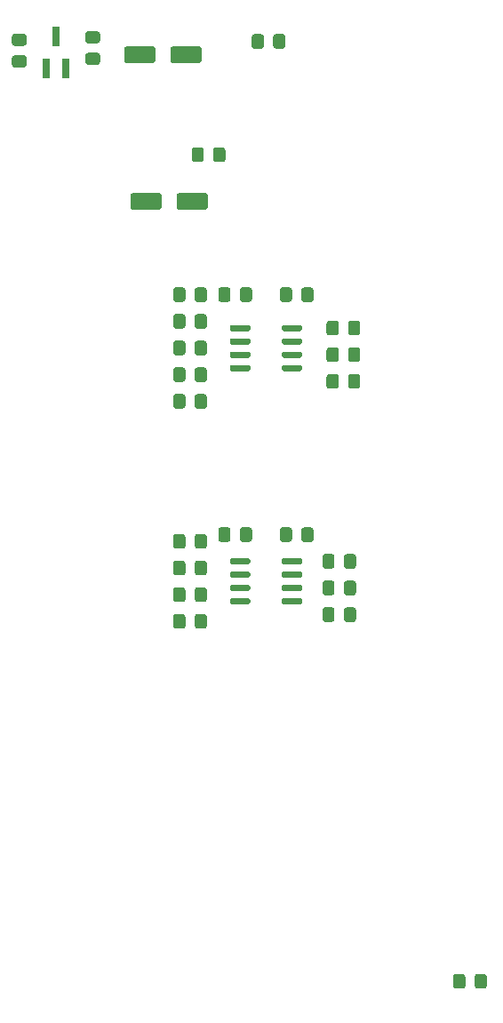
<source format=gbr>
G04 #@! TF.GenerationSoftware,KiCad,Pcbnew,5.1.6-c6e7f7d~87~ubuntu18.04.1*
G04 #@! TF.CreationDate,2020-08-19T11:35:40-04:00*
G04 #@! TF.ProjectId,filter_carrier_board,66696c74-6572-45f6-9361-72726965725f,1.2*
G04 #@! TF.SameCoordinates,Original*
G04 #@! TF.FileFunction,Paste,Bot*
G04 #@! TF.FilePolarity,Positive*
%FSLAX46Y46*%
G04 Gerber Fmt 4.6, Leading zero omitted, Abs format (unit mm)*
G04 Created by KiCad (PCBNEW 5.1.6-c6e7f7d~87~ubuntu18.04.1) date 2020-08-19 11:35:40*
%MOMM*%
%LPD*%
G01*
G04 APERTURE LIST*
%ADD10R,0.800000X1.900000*%
G04 APERTURE END LIST*
G36*
G01*
X109035001Y-51865000D02*
X108134999Y-51865000D01*
G75*
G02*
X107885000Y-51615001I0J249999D01*
G01*
X107885000Y-50964999D01*
G75*
G02*
X108134999Y-50715000I249999J0D01*
G01*
X109035001Y-50715000D01*
G75*
G02*
X109285000Y-50964999I0J-249999D01*
G01*
X109285000Y-51615001D01*
G75*
G02*
X109035001Y-51865000I-249999J0D01*
G01*
G37*
G36*
G01*
X109035001Y-53915000D02*
X108134999Y-53915000D01*
G75*
G02*
X107885000Y-53665001I0J249999D01*
G01*
X107885000Y-53014999D01*
G75*
G02*
X108134999Y-52765000I249999J0D01*
G01*
X109035001Y-52765000D01*
G75*
G02*
X109285000Y-53014999I0J-249999D01*
G01*
X109285000Y-53665001D01*
G75*
G02*
X109035001Y-53915000I-249999J0D01*
G01*
G37*
G36*
G01*
X116020001Y-51620000D02*
X115119999Y-51620000D01*
G75*
G02*
X114870000Y-51370001I0J249999D01*
G01*
X114870000Y-50719999D01*
G75*
G02*
X115119999Y-50470000I249999J0D01*
G01*
X116020001Y-50470000D01*
G75*
G02*
X116270000Y-50719999I0J-249999D01*
G01*
X116270000Y-51370001D01*
G75*
G02*
X116020001Y-51620000I-249999J0D01*
G01*
G37*
G36*
G01*
X116020001Y-53670000D02*
X115119999Y-53670000D01*
G75*
G02*
X114870000Y-53420001I0J249999D01*
G01*
X114870000Y-52769999D01*
G75*
G02*
X115119999Y-52520000I249999J0D01*
G01*
X116020001Y-52520000D01*
G75*
G02*
X116270000Y-52769999I0J-249999D01*
G01*
X116270000Y-53420001D01*
G75*
G02*
X116020001Y-53670000I-249999J0D01*
G01*
G37*
D10*
X112075000Y-50975000D03*
X111125000Y-53975000D03*
X113025000Y-53975000D03*
G36*
G01*
X133580000Y-104925000D02*
X133580000Y-104625000D01*
G75*
G02*
X133730000Y-104475000I150000J0D01*
G01*
X135380000Y-104475000D01*
G75*
G02*
X135530000Y-104625000I0J-150000D01*
G01*
X135530000Y-104925000D01*
G75*
G02*
X135380000Y-105075000I-150000J0D01*
G01*
X133730000Y-105075000D01*
G75*
G02*
X133580000Y-104925000I0J150000D01*
G01*
G37*
G36*
G01*
X133580000Y-103655000D02*
X133580000Y-103355000D01*
G75*
G02*
X133730000Y-103205000I150000J0D01*
G01*
X135380000Y-103205000D01*
G75*
G02*
X135530000Y-103355000I0J-150000D01*
G01*
X135530000Y-103655000D01*
G75*
G02*
X135380000Y-103805000I-150000J0D01*
G01*
X133730000Y-103805000D01*
G75*
G02*
X133580000Y-103655000I0J150000D01*
G01*
G37*
G36*
G01*
X133580000Y-102385000D02*
X133580000Y-102085000D01*
G75*
G02*
X133730000Y-101935000I150000J0D01*
G01*
X135380000Y-101935000D01*
G75*
G02*
X135530000Y-102085000I0J-150000D01*
G01*
X135530000Y-102385000D01*
G75*
G02*
X135380000Y-102535000I-150000J0D01*
G01*
X133730000Y-102535000D01*
G75*
G02*
X133580000Y-102385000I0J150000D01*
G01*
G37*
G36*
G01*
X133580000Y-101115000D02*
X133580000Y-100815000D01*
G75*
G02*
X133730000Y-100665000I150000J0D01*
G01*
X135380000Y-100665000D01*
G75*
G02*
X135530000Y-100815000I0J-150000D01*
G01*
X135530000Y-101115000D01*
G75*
G02*
X135380000Y-101265000I-150000J0D01*
G01*
X133730000Y-101265000D01*
G75*
G02*
X133580000Y-101115000I0J150000D01*
G01*
G37*
G36*
G01*
X128630000Y-101115000D02*
X128630000Y-100815000D01*
G75*
G02*
X128780000Y-100665000I150000J0D01*
G01*
X130430000Y-100665000D01*
G75*
G02*
X130580000Y-100815000I0J-150000D01*
G01*
X130580000Y-101115000D01*
G75*
G02*
X130430000Y-101265000I-150000J0D01*
G01*
X128780000Y-101265000D01*
G75*
G02*
X128630000Y-101115000I0J150000D01*
G01*
G37*
G36*
G01*
X128630000Y-102385000D02*
X128630000Y-102085000D01*
G75*
G02*
X128780000Y-101935000I150000J0D01*
G01*
X130430000Y-101935000D01*
G75*
G02*
X130580000Y-102085000I0J-150000D01*
G01*
X130580000Y-102385000D01*
G75*
G02*
X130430000Y-102535000I-150000J0D01*
G01*
X128780000Y-102535000D01*
G75*
G02*
X128630000Y-102385000I0J150000D01*
G01*
G37*
G36*
G01*
X128630000Y-103655000D02*
X128630000Y-103355000D01*
G75*
G02*
X128780000Y-103205000I150000J0D01*
G01*
X130430000Y-103205000D01*
G75*
G02*
X130580000Y-103355000I0J-150000D01*
G01*
X130580000Y-103655000D01*
G75*
G02*
X130430000Y-103805000I-150000J0D01*
G01*
X128780000Y-103805000D01*
G75*
G02*
X128630000Y-103655000I0J150000D01*
G01*
G37*
G36*
G01*
X128630000Y-104925000D02*
X128630000Y-104625000D01*
G75*
G02*
X128780000Y-104475000I150000J0D01*
G01*
X130430000Y-104475000D01*
G75*
G02*
X130580000Y-104625000I0J-150000D01*
G01*
X130580000Y-104925000D01*
G75*
G02*
X130430000Y-105075000I-150000J0D01*
G01*
X128780000Y-105075000D01*
G75*
G02*
X128630000Y-104925000I0J150000D01*
G01*
G37*
G36*
G01*
X133580000Y-82700000D02*
X133580000Y-82400000D01*
G75*
G02*
X133730000Y-82250000I150000J0D01*
G01*
X135380000Y-82250000D01*
G75*
G02*
X135530000Y-82400000I0J-150000D01*
G01*
X135530000Y-82700000D01*
G75*
G02*
X135380000Y-82850000I-150000J0D01*
G01*
X133730000Y-82850000D01*
G75*
G02*
X133580000Y-82700000I0J150000D01*
G01*
G37*
G36*
G01*
X133580000Y-81430000D02*
X133580000Y-81130000D01*
G75*
G02*
X133730000Y-80980000I150000J0D01*
G01*
X135380000Y-80980000D01*
G75*
G02*
X135530000Y-81130000I0J-150000D01*
G01*
X135530000Y-81430000D01*
G75*
G02*
X135380000Y-81580000I-150000J0D01*
G01*
X133730000Y-81580000D01*
G75*
G02*
X133580000Y-81430000I0J150000D01*
G01*
G37*
G36*
G01*
X133580000Y-80160000D02*
X133580000Y-79860000D01*
G75*
G02*
X133730000Y-79710000I150000J0D01*
G01*
X135380000Y-79710000D01*
G75*
G02*
X135530000Y-79860000I0J-150000D01*
G01*
X135530000Y-80160000D01*
G75*
G02*
X135380000Y-80310000I-150000J0D01*
G01*
X133730000Y-80310000D01*
G75*
G02*
X133580000Y-80160000I0J150000D01*
G01*
G37*
G36*
G01*
X133580000Y-78890000D02*
X133580000Y-78590000D01*
G75*
G02*
X133730000Y-78440000I150000J0D01*
G01*
X135380000Y-78440000D01*
G75*
G02*
X135530000Y-78590000I0J-150000D01*
G01*
X135530000Y-78890000D01*
G75*
G02*
X135380000Y-79040000I-150000J0D01*
G01*
X133730000Y-79040000D01*
G75*
G02*
X133580000Y-78890000I0J150000D01*
G01*
G37*
G36*
G01*
X128630000Y-78890000D02*
X128630000Y-78590000D01*
G75*
G02*
X128780000Y-78440000I150000J0D01*
G01*
X130430000Y-78440000D01*
G75*
G02*
X130580000Y-78590000I0J-150000D01*
G01*
X130580000Y-78890000D01*
G75*
G02*
X130430000Y-79040000I-150000J0D01*
G01*
X128780000Y-79040000D01*
G75*
G02*
X128630000Y-78890000I0J150000D01*
G01*
G37*
G36*
G01*
X128630000Y-80160000D02*
X128630000Y-79860000D01*
G75*
G02*
X128780000Y-79710000I150000J0D01*
G01*
X130430000Y-79710000D01*
G75*
G02*
X130580000Y-79860000I0J-150000D01*
G01*
X130580000Y-80160000D01*
G75*
G02*
X130430000Y-80310000I-150000J0D01*
G01*
X128780000Y-80310000D01*
G75*
G02*
X128630000Y-80160000I0J150000D01*
G01*
G37*
G36*
G01*
X128630000Y-81430000D02*
X128630000Y-81130000D01*
G75*
G02*
X128780000Y-80980000I150000J0D01*
G01*
X130430000Y-80980000D01*
G75*
G02*
X130580000Y-81130000I0J-150000D01*
G01*
X130580000Y-81430000D01*
G75*
G02*
X130430000Y-81580000I-150000J0D01*
G01*
X128780000Y-81580000D01*
G75*
G02*
X128630000Y-81430000I0J150000D01*
G01*
G37*
G36*
G01*
X128630000Y-82700000D02*
X128630000Y-82400000D01*
G75*
G02*
X128780000Y-82250000I150000J0D01*
G01*
X130430000Y-82250000D01*
G75*
G02*
X130580000Y-82400000I0J-150000D01*
G01*
X130580000Y-82700000D01*
G75*
G02*
X130430000Y-82850000I-150000J0D01*
G01*
X128780000Y-82850000D01*
G75*
G02*
X128630000Y-82700000I0J150000D01*
G01*
G37*
G36*
G01*
X151970000Y-141420001D02*
X151970000Y-140519999D01*
G75*
G02*
X152219999Y-140270000I249999J0D01*
G01*
X152870001Y-140270000D01*
G75*
G02*
X153120000Y-140519999I0J-249999D01*
G01*
X153120000Y-141420001D01*
G75*
G02*
X152870001Y-141670000I-249999J0D01*
G01*
X152219999Y-141670000D01*
G75*
G02*
X151970000Y-141420001I0J249999D01*
G01*
G37*
G36*
G01*
X149920000Y-141420001D02*
X149920000Y-140519999D01*
G75*
G02*
X150169999Y-140270000I249999J0D01*
G01*
X150820001Y-140270000D01*
G75*
G02*
X151070000Y-140519999I0J-249999D01*
G01*
X151070000Y-141420001D01*
G75*
G02*
X150820001Y-141670000I-249999J0D01*
G01*
X150169999Y-141670000D01*
G75*
G02*
X149920000Y-141420001I0J249999D01*
G01*
G37*
G36*
G01*
X138615000Y-103054999D02*
X138615000Y-103955001D01*
G75*
G02*
X138365001Y-104205000I-249999J0D01*
G01*
X137714999Y-104205000D01*
G75*
G02*
X137465000Y-103955001I0J249999D01*
G01*
X137465000Y-103054999D01*
G75*
G02*
X137714999Y-102805000I249999J0D01*
G01*
X138365001Y-102805000D01*
G75*
G02*
X138615000Y-103054999I0J-249999D01*
G01*
G37*
G36*
G01*
X140665000Y-103054999D02*
X140665000Y-103955001D01*
G75*
G02*
X140415001Y-104205000I-249999J0D01*
G01*
X139764999Y-104205000D01*
G75*
G02*
X139515000Y-103955001I0J249999D01*
G01*
X139515000Y-103054999D01*
G75*
G02*
X139764999Y-102805000I249999J0D01*
G01*
X140415001Y-102805000D01*
G75*
G02*
X140665000Y-103054999I0J-249999D01*
G01*
G37*
G36*
G01*
X139515000Y-101415001D02*
X139515000Y-100514999D01*
G75*
G02*
X139764999Y-100265000I249999J0D01*
G01*
X140415001Y-100265000D01*
G75*
G02*
X140665000Y-100514999I0J-249999D01*
G01*
X140665000Y-101415001D01*
G75*
G02*
X140415001Y-101665000I-249999J0D01*
G01*
X139764999Y-101665000D01*
G75*
G02*
X139515000Y-101415001I0J249999D01*
G01*
G37*
G36*
G01*
X137465000Y-101415001D02*
X137465000Y-100514999D01*
G75*
G02*
X137714999Y-100265000I249999J0D01*
G01*
X138365001Y-100265000D01*
G75*
G02*
X138615000Y-100514999I0J-249999D01*
G01*
X138615000Y-101415001D01*
G75*
G02*
X138365001Y-101665000I-249999J0D01*
G01*
X137714999Y-101665000D01*
G75*
G02*
X137465000Y-101415001I0J249999D01*
G01*
G37*
G36*
G01*
X125300000Y-104590001D02*
X125300000Y-103689999D01*
G75*
G02*
X125549999Y-103440000I249999J0D01*
G01*
X126200001Y-103440000D01*
G75*
G02*
X126450000Y-103689999I0J-249999D01*
G01*
X126450000Y-104590001D01*
G75*
G02*
X126200001Y-104840000I-249999J0D01*
G01*
X125549999Y-104840000D01*
G75*
G02*
X125300000Y-104590001I0J249999D01*
G01*
G37*
G36*
G01*
X123250000Y-104590001D02*
X123250000Y-103689999D01*
G75*
G02*
X123499999Y-103440000I249999J0D01*
G01*
X124150001Y-103440000D01*
G75*
G02*
X124400000Y-103689999I0J-249999D01*
G01*
X124400000Y-104590001D01*
G75*
G02*
X124150001Y-104840000I-249999J0D01*
G01*
X123499999Y-104840000D01*
G75*
G02*
X123250000Y-104590001I0J249999D01*
G01*
G37*
G36*
G01*
X124400000Y-101149999D02*
X124400000Y-102050001D01*
G75*
G02*
X124150001Y-102300000I-249999J0D01*
G01*
X123499999Y-102300000D01*
G75*
G02*
X123250000Y-102050001I0J249999D01*
G01*
X123250000Y-101149999D01*
G75*
G02*
X123499999Y-100900000I249999J0D01*
G01*
X124150001Y-100900000D01*
G75*
G02*
X124400000Y-101149999I0J-249999D01*
G01*
G37*
G36*
G01*
X126450000Y-101149999D02*
X126450000Y-102050001D01*
G75*
G02*
X126200001Y-102300000I-249999J0D01*
G01*
X125549999Y-102300000D01*
G75*
G02*
X125300000Y-102050001I0J249999D01*
G01*
X125300000Y-101149999D01*
G75*
G02*
X125549999Y-100900000I249999J0D01*
G01*
X126200001Y-100900000D01*
G75*
G02*
X126450000Y-101149999I0J-249999D01*
G01*
G37*
G36*
G01*
X124400000Y-98609999D02*
X124400000Y-99510001D01*
G75*
G02*
X124150001Y-99760000I-249999J0D01*
G01*
X123499999Y-99760000D01*
G75*
G02*
X123250000Y-99510001I0J249999D01*
G01*
X123250000Y-98609999D01*
G75*
G02*
X123499999Y-98360000I249999J0D01*
G01*
X124150001Y-98360000D01*
G75*
G02*
X124400000Y-98609999I0J-249999D01*
G01*
G37*
G36*
G01*
X126450000Y-98609999D02*
X126450000Y-99510001D01*
G75*
G02*
X126200001Y-99760000I-249999J0D01*
G01*
X125549999Y-99760000D01*
G75*
G02*
X125300000Y-99510001I0J249999D01*
G01*
X125300000Y-98609999D01*
G75*
G02*
X125549999Y-98360000I249999J0D01*
G01*
X126200001Y-98360000D01*
G75*
G02*
X126450000Y-98609999I0J-249999D01*
G01*
G37*
G36*
G01*
X139005000Y-80829999D02*
X139005000Y-81730001D01*
G75*
G02*
X138755001Y-81980000I-249999J0D01*
G01*
X138104999Y-81980000D01*
G75*
G02*
X137855000Y-81730001I0J249999D01*
G01*
X137855000Y-80829999D01*
G75*
G02*
X138104999Y-80580000I249999J0D01*
G01*
X138755001Y-80580000D01*
G75*
G02*
X139005000Y-80829999I0J-249999D01*
G01*
G37*
G36*
G01*
X141055000Y-80829999D02*
X141055000Y-81730001D01*
G75*
G02*
X140805001Y-81980000I-249999J0D01*
G01*
X140154999Y-81980000D01*
G75*
G02*
X139905000Y-81730001I0J249999D01*
G01*
X139905000Y-80829999D01*
G75*
G02*
X140154999Y-80580000I249999J0D01*
G01*
X140805001Y-80580000D01*
G75*
G02*
X141055000Y-80829999I0J-249999D01*
G01*
G37*
G36*
G01*
X139905000Y-79190001D02*
X139905000Y-78289999D01*
G75*
G02*
X140154999Y-78040000I249999J0D01*
G01*
X140805001Y-78040000D01*
G75*
G02*
X141055000Y-78289999I0J-249999D01*
G01*
X141055000Y-79190001D01*
G75*
G02*
X140805001Y-79440000I-249999J0D01*
G01*
X140154999Y-79440000D01*
G75*
G02*
X139905000Y-79190001I0J249999D01*
G01*
G37*
G36*
G01*
X137855000Y-79190001D02*
X137855000Y-78289999D01*
G75*
G02*
X138104999Y-78040000I249999J0D01*
G01*
X138755001Y-78040000D01*
G75*
G02*
X139005000Y-78289999I0J-249999D01*
G01*
X139005000Y-79190001D01*
G75*
G02*
X138755001Y-79440000I-249999J0D01*
G01*
X138104999Y-79440000D01*
G75*
G02*
X137855000Y-79190001I0J249999D01*
G01*
G37*
G36*
G01*
X125300000Y-83635001D02*
X125300000Y-82734999D01*
G75*
G02*
X125549999Y-82485000I249999J0D01*
G01*
X126200001Y-82485000D01*
G75*
G02*
X126450000Y-82734999I0J-249999D01*
G01*
X126450000Y-83635001D01*
G75*
G02*
X126200001Y-83885000I-249999J0D01*
G01*
X125549999Y-83885000D01*
G75*
G02*
X125300000Y-83635001I0J249999D01*
G01*
G37*
G36*
G01*
X123250000Y-83635001D02*
X123250000Y-82734999D01*
G75*
G02*
X123499999Y-82485000I249999J0D01*
G01*
X124150001Y-82485000D01*
G75*
G02*
X124400000Y-82734999I0J-249999D01*
G01*
X124400000Y-83635001D01*
G75*
G02*
X124150001Y-83885000I-249999J0D01*
G01*
X123499999Y-83885000D01*
G75*
G02*
X123250000Y-83635001I0J249999D01*
G01*
G37*
G36*
G01*
X124400000Y-75114999D02*
X124400000Y-76015001D01*
G75*
G02*
X124150001Y-76265000I-249999J0D01*
G01*
X123499999Y-76265000D01*
G75*
G02*
X123250000Y-76015001I0J249999D01*
G01*
X123250000Y-75114999D01*
G75*
G02*
X123499999Y-74865000I249999J0D01*
G01*
X124150001Y-74865000D01*
G75*
G02*
X124400000Y-75114999I0J-249999D01*
G01*
G37*
G36*
G01*
X126450000Y-75114999D02*
X126450000Y-76015001D01*
G75*
G02*
X126200001Y-76265000I-249999J0D01*
G01*
X125549999Y-76265000D01*
G75*
G02*
X125300000Y-76015001I0J249999D01*
G01*
X125300000Y-75114999D01*
G75*
G02*
X125549999Y-74865000I249999J0D01*
G01*
X126200001Y-74865000D01*
G75*
G02*
X126450000Y-75114999I0J-249999D01*
G01*
G37*
G36*
G01*
X124400000Y-77654999D02*
X124400000Y-78555001D01*
G75*
G02*
X124150001Y-78805000I-249999J0D01*
G01*
X123499999Y-78805000D01*
G75*
G02*
X123250000Y-78555001I0J249999D01*
G01*
X123250000Y-77654999D01*
G75*
G02*
X123499999Y-77405000I249999J0D01*
G01*
X124150001Y-77405000D01*
G75*
G02*
X124400000Y-77654999I0J-249999D01*
G01*
G37*
G36*
G01*
X126450000Y-77654999D02*
X126450000Y-78555001D01*
G75*
G02*
X126200001Y-78805000I-249999J0D01*
G01*
X125549999Y-78805000D01*
G75*
G02*
X125300000Y-78555001I0J249999D01*
G01*
X125300000Y-77654999D01*
G75*
G02*
X125549999Y-77405000I249999J0D01*
G01*
X126200001Y-77405000D01*
G75*
G02*
X126450000Y-77654999I0J-249999D01*
G01*
G37*
G36*
G01*
X124400000Y-80194999D02*
X124400000Y-81095001D01*
G75*
G02*
X124150001Y-81345000I-249999J0D01*
G01*
X123499999Y-81345000D01*
G75*
G02*
X123250000Y-81095001I0J249999D01*
G01*
X123250000Y-80194999D01*
G75*
G02*
X123499999Y-79945000I249999J0D01*
G01*
X124150001Y-79945000D01*
G75*
G02*
X124400000Y-80194999I0J-249999D01*
G01*
G37*
G36*
G01*
X126450000Y-80194999D02*
X126450000Y-81095001D01*
G75*
G02*
X126200001Y-81345000I-249999J0D01*
G01*
X125549999Y-81345000D01*
G75*
G02*
X125300000Y-81095001I0J249999D01*
G01*
X125300000Y-80194999D01*
G75*
G02*
X125549999Y-79945000I249999J0D01*
G01*
X126200001Y-79945000D01*
G75*
G02*
X126450000Y-80194999I0J-249999D01*
G01*
G37*
G36*
G01*
X129600000Y-98875001D02*
X129600000Y-97974999D01*
G75*
G02*
X129849999Y-97725000I249999J0D01*
G01*
X130500001Y-97725000D01*
G75*
G02*
X130750000Y-97974999I0J-249999D01*
G01*
X130750000Y-98875001D01*
G75*
G02*
X130500001Y-99125000I-249999J0D01*
G01*
X129849999Y-99125000D01*
G75*
G02*
X129600000Y-98875001I0J249999D01*
G01*
G37*
G36*
G01*
X127550000Y-98875001D02*
X127550000Y-97974999D01*
G75*
G02*
X127799999Y-97725000I249999J0D01*
G01*
X128450001Y-97725000D01*
G75*
G02*
X128700000Y-97974999I0J-249999D01*
G01*
X128700000Y-98875001D01*
G75*
G02*
X128450001Y-99125000I-249999J0D01*
G01*
X127799999Y-99125000D01*
G75*
G02*
X127550000Y-98875001I0J249999D01*
G01*
G37*
G36*
G01*
X135460000Y-98875001D02*
X135460000Y-97974999D01*
G75*
G02*
X135709999Y-97725000I249999J0D01*
G01*
X136360001Y-97725000D01*
G75*
G02*
X136610000Y-97974999I0J-249999D01*
G01*
X136610000Y-98875001D01*
G75*
G02*
X136360001Y-99125000I-249999J0D01*
G01*
X135709999Y-99125000D01*
G75*
G02*
X135460000Y-98875001I0J249999D01*
G01*
G37*
G36*
G01*
X133410000Y-98875001D02*
X133410000Y-97974999D01*
G75*
G02*
X133659999Y-97725000I249999J0D01*
G01*
X134310001Y-97725000D01*
G75*
G02*
X134560000Y-97974999I0J-249999D01*
G01*
X134560000Y-98875001D01*
G75*
G02*
X134310001Y-99125000I-249999J0D01*
G01*
X133659999Y-99125000D01*
G75*
G02*
X133410000Y-98875001I0J249999D01*
G01*
G37*
G36*
G01*
X129600000Y-76015001D02*
X129600000Y-75114999D01*
G75*
G02*
X129849999Y-74865000I249999J0D01*
G01*
X130500001Y-74865000D01*
G75*
G02*
X130750000Y-75114999I0J-249999D01*
G01*
X130750000Y-76015001D01*
G75*
G02*
X130500001Y-76265000I-249999J0D01*
G01*
X129849999Y-76265000D01*
G75*
G02*
X129600000Y-76015001I0J249999D01*
G01*
G37*
G36*
G01*
X127550000Y-76015001D02*
X127550000Y-75114999D01*
G75*
G02*
X127799999Y-74865000I249999J0D01*
G01*
X128450001Y-74865000D01*
G75*
G02*
X128700000Y-75114999I0J-249999D01*
G01*
X128700000Y-76015001D01*
G75*
G02*
X128450001Y-76265000I-249999J0D01*
G01*
X127799999Y-76265000D01*
G75*
G02*
X127550000Y-76015001I0J249999D01*
G01*
G37*
G36*
G01*
X135460000Y-76015001D02*
X135460000Y-75114999D01*
G75*
G02*
X135709999Y-74865000I249999J0D01*
G01*
X136360001Y-74865000D01*
G75*
G02*
X136610000Y-75114999I0J-249999D01*
G01*
X136610000Y-76015001D01*
G75*
G02*
X136360001Y-76265000I-249999J0D01*
G01*
X135709999Y-76265000D01*
G75*
G02*
X135460000Y-76015001I0J249999D01*
G01*
G37*
G36*
G01*
X133410000Y-76015001D02*
X133410000Y-75114999D01*
G75*
G02*
X133659999Y-74865000I249999J0D01*
G01*
X134310001Y-74865000D01*
G75*
G02*
X134560000Y-75114999I0J-249999D01*
G01*
X134560000Y-76015001D01*
G75*
G02*
X134310001Y-76265000I-249999J0D01*
G01*
X133659999Y-76265000D01*
G75*
G02*
X133410000Y-76015001I0J249999D01*
G01*
G37*
G36*
G01*
X127060000Y-62680001D02*
X127060000Y-61779999D01*
G75*
G02*
X127309999Y-61530000I249999J0D01*
G01*
X127960001Y-61530000D01*
G75*
G02*
X128210000Y-61779999I0J-249999D01*
G01*
X128210000Y-62680001D01*
G75*
G02*
X127960001Y-62930000I-249999J0D01*
G01*
X127309999Y-62930000D01*
G75*
G02*
X127060000Y-62680001I0J249999D01*
G01*
G37*
G36*
G01*
X125010000Y-62680001D02*
X125010000Y-61779999D01*
G75*
G02*
X125259999Y-61530000I249999J0D01*
G01*
X125910001Y-61530000D01*
G75*
G02*
X126160000Y-61779999I0J-249999D01*
G01*
X126160000Y-62680001D01*
G75*
G02*
X125910001Y-62930000I-249999J0D01*
G01*
X125259999Y-62930000D01*
G75*
G02*
X125010000Y-62680001I0J249999D01*
G01*
G37*
G36*
G01*
X131875000Y-50984999D02*
X131875000Y-51885001D01*
G75*
G02*
X131625001Y-52135000I-249999J0D01*
G01*
X130974999Y-52135000D01*
G75*
G02*
X130725000Y-51885001I0J249999D01*
G01*
X130725000Y-50984999D01*
G75*
G02*
X130974999Y-50735000I249999J0D01*
G01*
X131625001Y-50735000D01*
G75*
G02*
X131875000Y-50984999I0J-249999D01*
G01*
G37*
G36*
G01*
X133925000Y-50984999D02*
X133925000Y-51885001D01*
G75*
G02*
X133675001Y-52135000I-249999J0D01*
G01*
X133024999Y-52135000D01*
G75*
G02*
X132775000Y-51885001I0J249999D01*
G01*
X132775000Y-50984999D01*
G75*
G02*
X133024999Y-50735000I249999J0D01*
G01*
X133675001Y-50735000D01*
G75*
G02*
X133925000Y-50984999I0J-249999D01*
G01*
G37*
G36*
G01*
X123550000Y-67225000D02*
X123550000Y-66125000D01*
G75*
G02*
X123800000Y-65875000I250000J0D01*
G01*
X126300000Y-65875000D01*
G75*
G02*
X126550000Y-66125000I0J-250000D01*
G01*
X126550000Y-67225000D01*
G75*
G02*
X126300000Y-67475000I-250000J0D01*
G01*
X123800000Y-67475000D01*
G75*
G02*
X123550000Y-67225000I0J250000D01*
G01*
G37*
G36*
G01*
X119150000Y-67225000D02*
X119150000Y-66125000D01*
G75*
G02*
X119400000Y-65875000I250000J0D01*
G01*
X121900000Y-65875000D01*
G75*
G02*
X122150000Y-66125000I0J-250000D01*
G01*
X122150000Y-67225000D01*
G75*
G02*
X121900000Y-67475000I-250000J0D01*
G01*
X119400000Y-67475000D01*
G75*
G02*
X119150000Y-67225000I0J250000D01*
G01*
G37*
G36*
G01*
X121560000Y-52155000D02*
X121560000Y-53255000D01*
G75*
G02*
X121310000Y-53505000I-250000J0D01*
G01*
X118810000Y-53505000D01*
G75*
G02*
X118560000Y-53255000I0J250000D01*
G01*
X118560000Y-52155000D01*
G75*
G02*
X118810000Y-51905000I250000J0D01*
G01*
X121310000Y-51905000D01*
G75*
G02*
X121560000Y-52155000I0J-250000D01*
G01*
G37*
G36*
G01*
X125960000Y-52155000D02*
X125960000Y-53255000D01*
G75*
G02*
X125710000Y-53505000I-250000J0D01*
G01*
X123210000Y-53505000D01*
G75*
G02*
X122960000Y-53255000I0J250000D01*
G01*
X122960000Y-52155000D01*
G75*
G02*
X123210000Y-51905000I250000J0D01*
G01*
X125710000Y-51905000D01*
G75*
G02*
X125960000Y-52155000I0J-250000D01*
G01*
G37*
G36*
G01*
X138615000Y-105594999D02*
X138615000Y-106495001D01*
G75*
G02*
X138365001Y-106745000I-249999J0D01*
G01*
X137714999Y-106745000D01*
G75*
G02*
X137465000Y-106495001I0J249999D01*
G01*
X137465000Y-105594999D01*
G75*
G02*
X137714999Y-105345000I249999J0D01*
G01*
X138365001Y-105345000D01*
G75*
G02*
X138615000Y-105594999I0J-249999D01*
G01*
G37*
G36*
G01*
X140665000Y-105594999D02*
X140665000Y-106495001D01*
G75*
G02*
X140415001Y-106745000I-249999J0D01*
G01*
X139764999Y-106745000D01*
G75*
G02*
X139515000Y-106495001I0J249999D01*
G01*
X139515000Y-105594999D01*
G75*
G02*
X139764999Y-105345000I249999J0D01*
G01*
X140415001Y-105345000D01*
G75*
G02*
X140665000Y-105594999I0J-249999D01*
G01*
G37*
G36*
G01*
X125300000Y-107130001D02*
X125300000Y-106229999D01*
G75*
G02*
X125549999Y-105980000I249999J0D01*
G01*
X126200001Y-105980000D01*
G75*
G02*
X126450000Y-106229999I0J-249999D01*
G01*
X126450000Y-107130001D01*
G75*
G02*
X126200001Y-107380000I-249999J0D01*
G01*
X125549999Y-107380000D01*
G75*
G02*
X125300000Y-107130001I0J249999D01*
G01*
G37*
G36*
G01*
X123250000Y-107130001D02*
X123250000Y-106229999D01*
G75*
G02*
X123499999Y-105980000I249999J0D01*
G01*
X124150001Y-105980000D01*
G75*
G02*
X124400000Y-106229999I0J-249999D01*
G01*
X124400000Y-107130001D01*
G75*
G02*
X124150001Y-107380000I-249999J0D01*
G01*
X123499999Y-107380000D01*
G75*
G02*
X123250000Y-107130001I0J249999D01*
G01*
G37*
G36*
G01*
X139005000Y-83369999D02*
X139005000Y-84270001D01*
G75*
G02*
X138755001Y-84520000I-249999J0D01*
G01*
X138104999Y-84520000D01*
G75*
G02*
X137855000Y-84270001I0J249999D01*
G01*
X137855000Y-83369999D01*
G75*
G02*
X138104999Y-83120000I249999J0D01*
G01*
X138755001Y-83120000D01*
G75*
G02*
X139005000Y-83369999I0J-249999D01*
G01*
G37*
G36*
G01*
X141055000Y-83369999D02*
X141055000Y-84270001D01*
G75*
G02*
X140805001Y-84520000I-249999J0D01*
G01*
X140154999Y-84520000D01*
G75*
G02*
X139905000Y-84270001I0J249999D01*
G01*
X139905000Y-83369999D01*
G75*
G02*
X140154999Y-83120000I249999J0D01*
G01*
X140805001Y-83120000D01*
G75*
G02*
X141055000Y-83369999I0J-249999D01*
G01*
G37*
G36*
G01*
X125300000Y-86175001D02*
X125300000Y-85274999D01*
G75*
G02*
X125549999Y-85025000I249999J0D01*
G01*
X126200001Y-85025000D01*
G75*
G02*
X126450000Y-85274999I0J-249999D01*
G01*
X126450000Y-86175001D01*
G75*
G02*
X126200001Y-86425000I-249999J0D01*
G01*
X125549999Y-86425000D01*
G75*
G02*
X125300000Y-86175001I0J249999D01*
G01*
G37*
G36*
G01*
X123250000Y-86175001D02*
X123250000Y-85274999D01*
G75*
G02*
X123499999Y-85025000I249999J0D01*
G01*
X124150001Y-85025000D01*
G75*
G02*
X124400000Y-85274999I0J-249999D01*
G01*
X124400000Y-86175001D01*
G75*
G02*
X124150001Y-86425000I-249999J0D01*
G01*
X123499999Y-86425000D01*
G75*
G02*
X123250000Y-86175001I0J249999D01*
G01*
G37*
M02*

</source>
